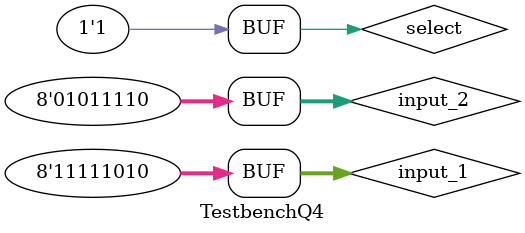
<source format=v>
module TestbenchQ4;
reg [0:7] input_1;
reg [0:7] input_2;
reg select;
wire [0:7] WIRE_1;
wire [0:7] WIRE_2;
SwitchCircuit switch(input_1, input_2, select, WIRE_1, WIRE_2);
initial begin
	input_1 = 250;
	input_2 = 350;
	select = 0;
	#10
	select = 1;
	#10;
end
endmodule
</source>
